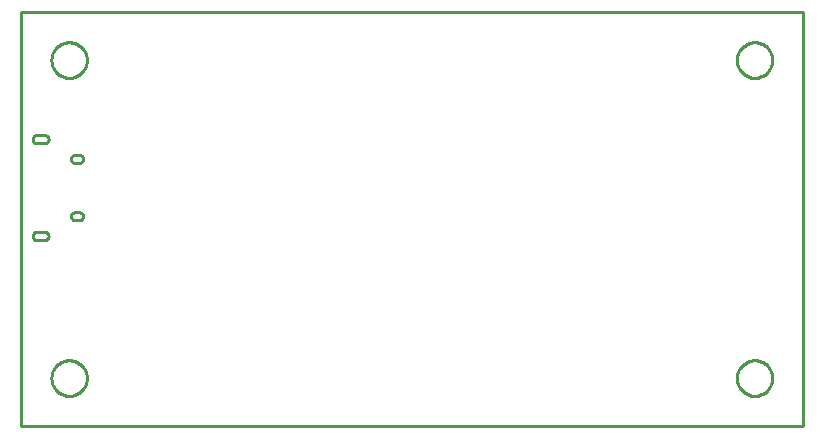
<source format=gbr>
G04 EAGLE Gerber RS-274X export*
G75*
%MOMM*%
%FSLAX34Y34*%
%LPD*%
%IN*%
%IPPOS*%
%AMOC8*
5,1,8,0,0,1.08239X$1,22.5*%
G01*
%ADD10C,0.254000*%


D10*
X0Y0D02*
X662180Y0D01*
X662180Y350420D01*
X0Y350420D01*
X0Y0D01*
X13310Y239430D02*
X19710Y239430D01*
X20015Y239443D01*
X20318Y239483D01*
X20616Y239549D01*
X20907Y239641D01*
X21189Y239758D01*
X21460Y239899D01*
X21718Y240063D01*
X21960Y240249D01*
X22185Y240455D01*
X22391Y240680D01*
X22577Y240922D01*
X22741Y241180D01*
X22882Y241451D01*
X22999Y241733D01*
X23091Y242024D01*
X23157Y242322D01*
X23197Y242625D01*
X23210Y242930D01*
X23197Y243235D01*
X23157Y243538D01*
X23091Y243836D01*
X22999Y244127D01*
X22882Y244409D01*
X22741Y244680D01*
X22577Y244938D01*
X22391Y245180D01*
X22185Y245405D01*
X21960Y245611D01*
X21718Y245797D01*
X21460Y245961D01*
X21189Y246102D01*
X20907Y246219D01*
X20616Y246311D01*
X20318Y246377D01*
X20015Y246417D01*
X19710Y246430D01*
X13310Y246430D01*
X13005Y246417D01*
X12702Y246377D01*
X12404Y246311D01*
X12113Y246219D01*
X11831Y246102D01*
X11560Y245961D01*
X11302Y245797D01*
X11060Y245611D01*
X10835Y245405D01*
X10629Y245180D01*
X10443Y244938D01*
X10279Y244680D01*
X10138Y244409D01*
X10021Y244127D01*
X9929Y243836D01*
X9863Y243538D01*
X9823Y243235D01*
X9810Y242930D01*
X9823Y242625D01*
X9863Y242322D01*
X9929Y242024D01*
X10021Y241733D01*
X10138Y241451D01*
X10279Y241180D01*
X10443Y240922D01*
X10629Y240680D01*
X10835Y240455D01*
X11060Y240249D01*
X11302Y240063D01*
X11560Y239899D01*
X11831Y239758D01*
X12113Y239641D01*
X12404Y239549D01*
X12702Y239483D01*
X13005Y239443D01*
X13310Y239430D01*
X13310Y157430D02*
X19710Y157430D01*
X20015Y157443D01*
X20318Y157483D01*
X20616Y157549D01*
X20907Y157641D01*
X21189Y157758D01*
X21460Y157899D01*
X21718Y158063D01*
X21960Y158249D01*
X22185Y158455D01*
X22391Y158680D01*
X22577Y158922D01*
X22741Y159180D01*
X22882Y159451D01*
X22999Y159733D01*
X23091Y160024D01*
X23157Y160322D01*
X23197Y160625D01*
X23210Y160930D01*
X23197Y161235D01*
X23157Y161538D01*
X23091Y161836D01*
X22999Y162127D01*
X22882Y162409D01*
X22741Y162680D01*
X22577Y162938D01*
X22391Y163180D01*
X22185Y163405D01*
X21960Y163611D01*
X21718Y163797D01*
X21460Y163961D01*
X21189Y164102D01*
X20907Y164219D01*
X20616Y164311D01*
X20318Y164377D01*
X20015Y164417D01*
X19710Y164430D01*
X13310Y164430D01*
X13005Y164417D01*
X12702Y164377D01*
X12404Y164311D01*
X12113Y164219D01*
X11831Y164102D01*
X11560Y163961D01*
X11302Y163797D01*
X11060Y163611D01*
X10835Y163405D01*
X10629Y163180D01*
X10443Y162938D01*
X10279Y162680D01*
X10138Y162409D01*
X10021Y162127D01*
X9929Y161836D01*
X9863Y161538D01*
X9823Y161235D01*
X9810Y160930D01*
X9823Y160625D01*
X9863Y160322D01*
X9929Y160024D01*
X10021Y159733D01*
X10138Y159451D01*
X10279Y159180D01*
X10443Y158922D01*
X10629Y158680D01*
X10835Y158455D01*
X11060Y158249D01*
X11302Y158063D01*
X11560Y157899D01*
X11831Y157758D01*
X12113Y157641D01*
X12404Y157549D01*
X12702Y157483D01*
X13005Y157443D01*
X13310Y157430D01*
X45310Y222930D02*
X49310Y222930D01*
X49593Y222942D01*
X49874Y222979D01*
X50151Y223041D01*
X50422Y223126D01*
X50684Y223235D01*
X50935Y223365D01*
X51174Y223518D01*
X51399Y223690D01*
X51608Y223882D01*
X51800Y224091D01*
X51972Y224316D01*
X52125Y224555D01*
X52256Y224807D01*
X52364Y225068D01*
X52449Y225339D01*
X52511Y225616D01*
X52548Y225897D01*
X52560Y226180D01*
X52548Y226463D01*
X52511Y226744D01*
X52449Y227021D01*
X52364Y227292D01*
X52256Y227554D01*
X52125Y227805D01*
X51972Y228044D01*
X51800Y228269D01*
X51608Y228478D01*
X51399Y228670D01*
X51174Y228842D01*
X50935Y228995D01*
X50684Y229126D01*
X50422Y229234D01*
X50151Y229319D01*
X49874Y229381D01*
X49593Y229418D01*
X49310Y229430D01*
X45310Y229430D01*
X45027Y229418D01*
X44746Y229381D01*
X44469Y229319D01*
X44198Y229234D01*
X43937Y229126D01*
X43685Y228995D01*
X43446Y228842D01*
X43221Y228670D01*
X43012Y228478D01*
X42820Y228269D01*
X42648Y228044D01*
X42495Y227805D01*
X42365Y227554D01*
X42256Y227292D01*
X42171Y227021D01*
X42109Y226744D01*
X42072Y226463D01*
X42060Y226180D01*
X42072Y225897D01*
X42109Y225616D01*
X42171Y225339D01*
X42256Y225068D01*
X42365Y224807D01*
X42495Y224555D01*
X42648Y224316D01*
X42820Y224091D01*
X43012Y223882D01*
X43221Y223690D01*
X43446Y223518D01*
X43685Y223365D01*
X43937Y223235D01*
X44198Y223126D01*
X44469Y223041D01*
X44746Y222979D01*
X45027Y222942D01*
X45310Y222930D01*
X45310Y174430D02*
X49310Y174430D01*
X49593Y174442D01*
X49874Y174479D01*
X50151Y174541D01*
X50422Y174626D01*
X50684Y174735D01*
X50935Y174865D01*
X51174Y175018D01*
X51399Y175190D01*
X51608Y175382D01*
X51800Y175591D01*
X51972Y175816D01*
X52125Y176055D01*
X52256Y176307D01*
X52364Y176568D01*
X52449Y176839D01*
X52511Y177116D01*
X52548Y177397D01*
X52560Y177680D01*
X52548Y177963D01*
X52511Y178244D01*
X52449Y178521D01*
X52364Y178792D01*
X52256Y179054D01*
X52125Y179305D01*
X51972Y179544D01*
X51800Y179769D01*
X51608Y179978D01*
X51399Y180170D01*
X51174Y180342D01*
X50935Y180495D01*
X50684Y180626D01*
X50422Y180734D01*
X50151Y180819D01*
X49874Y180881D01*
X49593Y180918D01*
X49310Y180930D01*
X45310Y180930D01*
X45027Y180918D01*
X44746Y180881D01*
X44469Y180819D01*
X44198Y180734D01*
X43937Y180626D01*
X43685Y180495D01*
X43446Y180342D01*
X43221Y180170D01*
X43012Y179978D01*
X42820Y179769D01*
X42648Y179544D01*
X42495Y179305D01*
X42365Y179054D01*
X42256Y178792D01*
X42171Y178521D01*
X42109Y178244D01*
X42072Y177963D01*
X42060Y177680D01*
X42072Y177397D01*
X42109Y177116D01*
X42171Y176839D01*
X42256Y176568D01*
X42365Y176307D01*
X42495Y176055D01*
X42648Y175816D01*
X42820Y175591D01*
X43012Y175382D01*
X43221Y175190D01*
X43446Y175018D01*
X43685Y174865D01*
X43937Y174735D01*
X44198Y174626D01*
X44469Y174541D01*
X44746Y174479D01*
X45027Y174442D01*
X45310Y174430D01*
X636030Y309344D02*
X635954Y308276D01*
X635801Y307215D01*
X635573Y306168D01*
X635271Y305140D01*
X634897Y304136D01*
X634452Y303161D01*
X633938Y302221D01*
X633359Y301320D01*
X632717Y300462D01*
X632015Y299652D01*
X631258Y298895D01*
X630448Y298193D01*
X629590Y297551D01*
X628689Y296972D01*
X627749Y296458D01*
X626774Y296013D01*
X625770Y295639D01*
X624742Y295337D01*
X623695Y295109D01*
X622634Y294956D01*
X621566Y294880D01*
X620494Y294880D01*
X619426Y294956D01*
X618365Y295109D01*
X617318Y295337D01*
X616290Y295639D01*
X615286Y296013D01*
X614311Y296458D01*
X613371Y296972D01*
X612470Y297551D01*
X611612Y298193D01*
X610802Y298895D01*
X610045Y299652D01*
X609343Y300462D01*
X608701Y301320D01*
X608122Y302221D01*
X607608Y303161D01*
X607163Y304136D01*
X606789Y305140D01*
X606487Y306168D01*
X606259Y307215D01*
X606106Y308276D01*
X606030Y309344D01*
X606030Y310416D01*
X606106Y311484D01*
X606259Y312545D01*
X606487Y313592D01*
X606789Y314620D01*
X607163Y315624D01*
X607608Y316599D01*
X608122Y317539D01*
X608701Y318440D01*
X609343Y319298D01*
X610045Y320108D01*
X610802Y320865D01*
X611612Y321567D01*
X612470Y322209D01*
X613371Y322788D01*
X614311Y323302D01*
X615286Y323747D01*
X616290Y324121D01*
X617318Y324423D01*
X618365Y324651D01*
X619426Y324804D01*
X620494Y324880D01*
X621566Y324880D01*
X622634Y324804D01*
X623695Y324651D01*
X624742Y324423D01*
X625770Y324121D01*
X626774Y323747D01*
X627749Y323302D01*
X628689Y322788D01*
X629590Y322209D01*
X630448Y321567D01*
X631258Y320865D01*
X632015Y320108D01*
X632717Y319298D01*
X633359Y318440D01*
X633938Y317539D01*
X634452Y316599D01*
X634897Y315624D01*
X635271Y314620D01*
X635573Y313592D01*
X635801Y312545D01*
X635954Y311484D01*
X636030Y310416D01*
X636030Y309344D01*
X636030Y40104D02*
X635954Y39036D01*
X635801Y37975D01*
X635573Y36928D01*
X635271Y35900D01*
X634897Y34896D01*
X634452Y33921D01*
X633938Y32981D01*
X633359Y32080D01*
X632717Y31222D01*
X632015Y30412D01*
X631258Y29655D01*
X630448Y28953D01*
X629590Y28311D01*
X628689Y27732D01*
X627749Y27218D01*
X626774Y26773D01*
X625770Y26399D01*
X624742Y26097D01*
X623695Y25869D01*
X622634Y25716D01*
X621566Y25640D01*
X620494Y25640D01*
X619426Y25716D01*
X618365Y25869D01*
X617318Y26097D01*
X616290Y26399D01*
X615286Y26773D01*
X614311Y27218D01*
X613371Y27732D01*
X612470Y28311D01*
X611612Y28953D01*
X610802Y29655D01*
X610045Y30412D01*
X609343Y31222D01*
X608701Y32080D01*
X608122Y32981D01*
X607608Y33921D01*
X607163Y34896D01*
X606789Y35900D01*
X606487Y36928D01*
X606259Y37975D01*
X606106Y39036D01*
X606030Y40104D01*
X606030Y41176D01*
X606106Y42244D01*
X606259Y43305D01*
X606487Y44352D01*
X606789Y45380D01*
X607163Y46384D01*
X607608Y47359D01*
X608122Y48299D01*
X608701Y49200D01*
X609343Y50058D01*
X610045Y50868D01*
X610802Y51625D01*
X611612Y52327D01*
X612470Y52969D01*
X613371Y53548D01*
X614311Y54062D01*
X615286Y54507D01*
X616290Y54881D01*
X617318Y55183D01*
X618365Y55411D01*
X619426Y55564D01*
X620494Y55640D01*
X621566Y55640D01*
X622634Y55564D01*
X623695Y55411D01*
X624742Y55183D01*
X625770Y54881D01*
X626774Y54507D01*
X627749Y54062D01*
X628689Y53548D01*
X629590Y52969D01*
X630448Y52327D01*
X631258Y51625D01*
X632015Y50868D01*
X632717Y50058D01*
X633359Y49200D01*
X633938Y48299D01*
X634452Y47359D01*
X634897Y46384D01*
X635271Y45380D01*
X635573Y44352D01*
X635801Y43305D01*
X635954Y42244D01*
X636030Y41176D01*
X636030Y40104D01*
X55640Y309344D02*
X55564Y308276D01*
X55411Y307215D01*
X55183Y306168D01*
X54881Y305140D01*
X54507Y304136D01*
X54062Y303161D01*
X53548Y302221D01*
X52969Y301320D01*
X52327Y300462D01*
X51625Y299652D01*
X50868Y298895D01*
X50058Y298193D01*
X49200Y297551D01*
X48299Y296972D01*
X47359Y296458D01*
X46384Y296013D01*
X45380Y295639D01*
X44352Y295337D01*
X43305Y295109D01*
X42244Y294956D01*
X41176Y294880D01*
X40104Y294880D01*
X39036Y294956D01*
X37975Y295109D01*
X36928Y295337D01*
X35900Y295639D01*
X34896Y296013D01*
X33921Y296458D01*
X32981Y296972D01*
X32080Y297551D01*
X31222Y298193D01*
X30412Y298895D01*
X29655Y299652D01*
X28953Y300462D01*
X28311Y301320D01*
X27732Y302221D01*
X27218Y303161D01*
X26773Y304136D01*
X26399Y305140D01*
X26097Y306168D01*
X25869Y307215D01*
X25716Y308276D01*
X25640Y309344D01*
X25640Y310416D01*
X25716Y311484D01*
X25869Y312545D01*
X26097Y313592D01*
X26399Y314620D01*
X26773Y315624D01*
X27218Y316599D01*
X27732Y317539D01*
X28311Y318440D01*
X28953Y319298D01*
X29655Y320108D01*
X30412Y320865D01*
X31222Y321567D01*
X32080Y322209D01*
X32981Y322788D01*
X33921Y323302D01*
X34896Y323747D01*
X35900Y324121D01*
X36928Y324423D01*
X37975Y324651D01*
X39036Y324804D01*
X40104Y324880D01*
X41176Y324880D01*
X42244Y324804D01*
X43305Y324651D01*
X44352Y324423D01*
X45380Y324121D01*
X46384Y323747D01*
X47359Y323302D01*
X48299Y322788D01*
X49200Y322209D01*
X50058Y321567D01*
X50868Y320865D01*
X51625Y320108D01*
X52327Y319298D01*
X52969Y318440D01*
X53548Y317539D01*
X54062Y316599D01*
X54507Y315624D01*
X54881Y314620D01*
X55183Y313592D01*
X55411Y312545D01*
X55564Y311484D01*
X55640Y310416D01*
X55640Y309344D01*
X55640Y40104D02*
X55564Y39036D01*
X55411Y37975D01*
X55183Y36928D01*
X54881Y35900D01*
X54507Y34896D01*
X54062Y33921D01*
X53548Y32981D01*
X52969Y32080D01*
X52327Y31222D01*
X51625Y30412D01*
X50868Y29655D01*
X50058Y28953D01*
X49200Y28311D01*
X48299Y27732D01*
X47359Y27218D01*
X46384Y26773D01*
X45380Y26399D01*
X44352Y26097D01*
X43305Y25869D01*
X42244Y25716D01*
X41176Y25640D01*
X40104Y25640D01*
X39036Y25716D01*
X37975Y25869D01*
X36928Y26097D01*
X35900Y26399D01*
X34896Y26773D01*
X33921Y27218D01*
X32981Y27732D01*
X32080Y28311D01*
X31222Y28953D01*
X30412Y29655D01*
X29655Y30412D01*
X28953Y31222D01*
X28311Y32080D01*
X27732Y32981D01*
X27218Y33921D01*
X26773Y34896D01*
X26399Y35900D01*
X26097Y36928D01*
X25869Y37975D01*
X25716Y39036D01*
X25640Y40104D01*
X25640Y41176D01*
X25716Y42244D01*
X25869Y43305D01*
X26097Y44352D01*
X26399Y45380D01*
X26773Y46384D01*
X27218Y47359D01*
X27732Y48299D01*
X28311Y49200D01*
X28953Y50058D01*
X29655Y50868D01*
X30412Y51625D01*
X31222Y52327D01*
X32080Y52969D01*
X32981Y53548D01*
X33921Y54062D01*
X34896Y54507D01*
X35900Y54881D01*
X36928Y55183D01*
X37975Y55411D01*
X39036Y55564D01*
X40104Y55640D01*
X41176Y55640D01*
X42244Y55564D01*
X43305Y55411D01*
X44352Y55183D01*
X45380Y54881D01*
X46384Y54507D01*
X47359Y54062D01*
X48299Y53548D01*
X49200Y52969D01*
X50058Y52327D01*
X50868Y51625D01*
X51625Y50868D01*
X52327Y50058D01*
X52969Y49200D01*
X53548Y48299D01*
X54062Y47359D01*
X54507Y46384D01*
X54881Y45380D01*
X55183Y44352D01*
X55411Y43305D01*
X55564Y42244D01*
X55640Y41176D01*
X55640Y40104D01*
M02*

</source>
